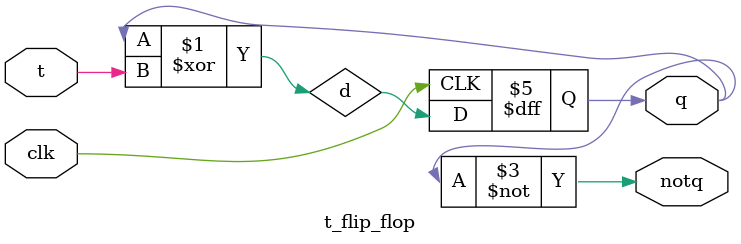
<source format=v>
`timescale 1ns / 1ps


module t_flip_flop(
    input wire clk,
    input wire t,
    output reg q,
    output wire notq
    );
    
    initial q = 1'b0;
    
    wire d = q ^ t;
    
    always @(posedge clk) begin
        q <= d;
        end
        
    assign notq = ~q;
    
endmodule

</source>
